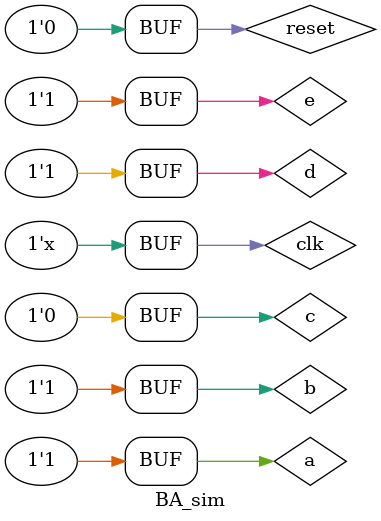
<source format=v>
`timescale 1ns / 1ps


module BA_sim();
    reg reset, clk;
    reg a, b, c, d, e;
    wire f;
    
    TopLevel BA1(clk, reset, a, b, c, d, e, f);
    
    initial begin
        #0 clk = 1; reset = 1;
        #20 reset = 0; a = 1; b = 0; c = 1; d = 0; e = 1; // 1 * 0 + 1 - (0 * 1) = 1
        #20 a = 0; b = 0; c = 0; d = 0; e = 0; // 0 * 0 + 0 - (0 * 0) = 0
        #20 a = 1; b = 1; c = 1; d = 1; e = 1; // 1 * 1 + 1 - (1 * 1) = 1
        #20 a = 1; b = 1; c = 0; d = 1; e = 1; // 1 * 1 + 0 - (1 * 1) = 0
    end
    
    always #10 clk = ~clk;
endmodule

</source>
